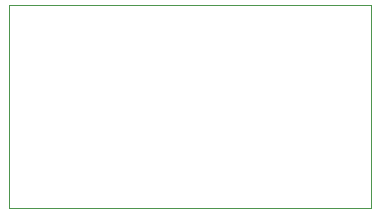
<source format=gbr>
G04*
G04 #@! TF.GenerationSoftware,Altium Limited,Altium Designer,24.6.1 (21)*
G04*
G04 Layer_Color=0*
%FSLAX25Y25*%
%MOIN*%
G70*
G04*
G04 #@! TF.SameCoordinates,5512D287-6342-4ABA-9CF6-7DAEAAFA0F20*
G04*
G04*
G04 #@! TF.FilePolarity,Positive*
G04*
G01*
G75*
%ADD44C,0.00100*%
D44*
X326500Y320000D02*
X447000D01*
Y387500D01*
X326500D01*
Y320000D01*
M02*

</source>
